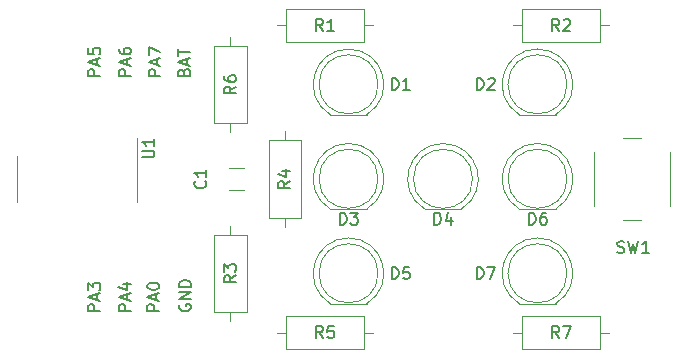
<source format=gto>
%TF.GenerationSoftware,KiCad,Pcbnew,7.0.8*%
%TF.CreationDate,2023-11-06T17:26:59+01:00*%
%TF.ProjectId,EDice,45446963-652e-46b6-9963-61645f706362,rev?*%
%TF.SameCoordinates,Original*%
%TF.FileFunction,Legend,Top*%
%TF.FilePolarity,Positive*%
%FSLAX46Y46*%
G04 Gerber Fmt 4.6, Leading zero omitted, Abs format (unit mm)*
G04 Created by KiCad (PCBNEW 7.0.8) date 2023-11-06 17:26:59*
%MOMM*%
%LPD*%
G01*
G04 APERTURE LIST*
%ADD10C,0.150000*%
%ADD11C,0.120000*%
G04 APERTURE END LIST*
D10*
X115717438Y-105639411D02*
X115669819Y-105734649D01*
X115669819Y-105734649D02*
X115669819Y-105877506D01*
X115669819Y-105877506D02*
X115717438Y-106020363D01*
X115717438Y-106020363D02*
X115812676Y-106115601D01*
X115812676Y-106115601D02*
X115907914Y-106163220D01*
X115907914Y-106163220D02*
X116098390Y-106210839D01*
X116098390Y-106210839D02*
X116241247Y-106210839D01*
X116241247Y-106210839D02*
X116431723Y-106163220D01*
X116431723Y-106163220D02*
X116526961Y-106115601D01*
X116526961Y-106115601D02*
X116622200Y-106020363D01*
X116622200Y-106020363D02*
X116669819Y-105877506D01*
X116669819Y-105877506D02*
X116669819Y-105782268D01*
X116669819Y-105782268D02*
X116622200Y-105639411D01*
X116622200Y-105639411D02*
X116574580Y-105591792D01*
X116574580Y-105591792D02*
X116241247Y-105591792D01*
X116241247Y-105591792D02*
X116241247Y-105782268D01*
X116669819Y-105163220D02*
X115669819Y-105163220D01*
X115669819Y-105163220D02*
X116669819Y-104591792D01*
X116669819Y-104591792D02*
X115669819Y-104591792D01*
X116669819Y-104115601D02*
X115669819Y-104115601D01*
X115669819Y-104115601D02*
X115669819Y-103877506D01*
X115669819Y-103877506D02*
X115717438Y-103734649D01*
X115717438Y-103734649D02*
X115812676Y-103639411D01*
X115812676Y-103639411D02*
X115907914Y-103591792D01*
X115907914Y-103591792D02*
X116098390Y-103544173D01*
X116098390Y-103544173D02*
X116241247Y-103544173D01*
X116241247Y-103544173D02*
X116431723Y-103591792D01*
X116431723Y-103591792D02*
X116526961Y-103639411D01*
X116526961Y-103639411D02*
X116622200Y-103734649D01*
X116622200Y-103734649D02*
X116669819Y-103877506D01*
X116669819Y-103877506D02*
X116669819Y-104115601D01*
X108969819Y-106163220D02*
X107969819Y-106163220D01*
X107969819Y-106163220D02*
X107969819Y-105782268D01*
X107969819Y-105782268D02*
X108017438Y-105687030D01*
X108017438Y-105687030D02*
X108065057Y-105639411D01*
X108065057Y-105639411D02*
X108160295Y-105591792D01*
X108160295Y-105591792D02*
X108303152Y-105591792D01*
X108303152Y-105591792D02*
X108398390Y-105639411D01*
X108398390Y-105639411D02*
X108446009Y-105687030D01*
X108446009Y-105687030D02*
X108493628Y-105782268D01*
X108493628Y-105782268D02*
X108493628Y-106163220D01*
X108684104Y-105210839D02*
X108684104Y-104734649D01*
X108969819Y-105306077D02*
X107969819Y-104972744D01*
X107969819Y-104972744D02*
X108969819Y-104639411D01*
X107969819Y-104401315D02*
X107969819Y-103782268D01*
X107969819Y-103782268D02*
X108350771Y-104115601D01*
X108350771Y-104115601D02*
X108350771Y-103972744D01*
X108350771Y-103972744D02*
X108398390Y-103877506D01*
X108398390Y-103877506D02*
X108446009Y-103829887D01*
X108446009Y-103829887D02*
X108541247Y-103782268D01*
X108541247Y-103782268D02*
X108779342Y-103782268D01*
X108779342Y-103782268D02*
X108874580Y-103829887D01*
X108874580Y-103829887D02*
X108922200Y-103877506D01*
X108922200Y-103877506D02*
X108969819Y-103972744D01*
X108969819Y-103972744D02*
X108969819Y-104258458D01*
X108969819Y-104258458D02*
X108922200Y-104353696D01*
X108922200Y-104353696D02*
X108874580Y-104401315D01*
X111569819Y-86263220D02*
X110569819Y-86263220D01*
X110569819Y-86263220D02*
X110569819Y-85882268D01*
X110569819Y-85882268D02*
X110617438Y-85787030D01*
X110617438Y-85787030D02*
X110665057Y-85739411D01*
X110665057Y-85739411D02*
X110760295Y-85691792D01*
X110760295Y-85691792D02*
X110903152Y-85691792D01*
X110903152Y-85691792D02*
X110998390Y-85739411D01*
X110998390Y-85739411D02*
X111046009Y-85787030D01*
X111046009Y-85787030D02*
X111093628Y-85882268D01*
X111093628Y-85882268D02*
X111093628Y-86263220D01*
X111284104Y-85310839D02*
X111284104Y-84834649D01*
X111569819Y-85406077D02*
X110569819Y-85072744D01*
X110569819Y-85072744D02*
X111569819Y-84739411D01*
X110569819Y-83977506D02*
X110569819Y-84167982D01*
X110569819Y-84167982D02*
X110617438Y-84263220D01*
X110617438Y-84263220D02*
X110665057Y-84310839D01*
X110665057Y-84310839D02*
X110807914Y-84406077D01*
X110807914Y-84406077D02*
X110998390Y-84453696D01*
X110998390Y-84453696D02*
X111379342Y-84453696D01*
X111379342Y-84453696D02*
X111474580Y-84406077D01*
X111474580Y-84406077D02*
X111522200Y-84358458D01*
X111522200Y-84358458D02*
X111569819Y-84263220D01*
X111569819Y-84263220D02*
X111569819Y-84072744D01*
X111569819Y-84072744D02*
X111522200Y-83977506D01*
X111522200Y-83977506D02*
X111474580Y-83929887D01*
X111474580Y-83929887D02*
X111379342Y-83882268D01*
X111379342Y-83882268D02*
X111141247Y-83882268D01*
X111141247Y-83882268D02*
X111046009Y-83929887D01*
X111046009Y-83929887D02*
X110998390Y-83977506D01*
X110998390Y-83977506D02*
X110950771Y-84072744D01*
X110950771Y-84072744D02*
X110950771Y-84263220D01*
X110950771Y-84263220D02*
X110998390Y-84358458D01*
X110998390Y-84358458D02*
X111046009Y-84406077D01*
X111046009Y-84406077D02*
X111141247Y-84453696D01*
X116046009Y-85929887D02*
X116093628Y-85787030D01*
X116093628Y-85787030D02*
X116141247Y-85739411D01*
X116141247Y-85739411D02*
X116236485Y-85691792D01*
X116236485Y-85691792D02*
X116379342Y-85691792D01*
X116379342Y-85691792D02*
X116474580Y-85739411D01*
X116474580Y-85739411D02*
X116522200Y-85787030D01*
X116522200Y-85787030D02*
X116569819Y-85882268D01*
X116569819Y-85882268D02*
X116569819Y-86263220D01*
X116569819Y-86263220D02*
X115569819Y-86263220D01*
X115569819Y-86263220D02*
X115569819Y-85929887D01*
X115569819Y-85929887D02*
X115617438Y-85834649D01*
X115617438Y-85834649D02*
X115665057Y-85787030D01*
X115665057Y-85787030D02*
X115760295Y-85739411D01*
X115760295Y-85739411D02*
X115855533Y-85739411D01*
X115855533Y-85739411D02*
X115950771Y-85787030D01*
X115950771Y-85787030D02*
X115998390Y-85834649D01*
X115998390Y-85834649D02*
X116046009Y-85929887D01*
X116046009Y-85929887D02*
X116046009Y-86263220D01*
X116284104Y-85310839D02*
X116284104Y-84834649D01*
X116569819Y-85406077D02*
X115569819Y-85072744D01*
X115569819Y-85072744D02*
X116569819Y-84739411D01*
X115569819Y-84548934D02*
X115569819Y-83977506D01*
X116569819Y-84263220D02*
X115569819Y-84263220D01*
X114069819Y-86263220D02*
X113069819Y-86263220D01*
X113069819Y-86263220D02*
X113069819Y-85882268D01*
X113069819Y-85882268D02*
X113117438Y-85787030D01*
X113117438Y-85787030D02*
X113165057Y-85739411D01*
X113165057Y-85739411D02*
X113260295Y-85691792D01*
X113260295Y-85691792D02*
X113403152Y-85691792D01*
X113403152Y-85691792D02*
X113498390Y-85739411D01*
X113498390Y-85739411D02*
X113546009Y-85787030D01*
X113546009Y-85787030D02*
X113593628Y-85882268D01*
X113593628Y-85882268D02*
X113593628Y-86263220D01*
X113784104Y-85310839D02*
X113784104Y-84834649D01*
X114069819Y-85406077D02*
X113069819Y-85072744D01*
X113069819Y-85072744D02*
X114069819Y-84739411D01*
X113069819Y-84501315D02*
X113069819Y-83834649D01*
X113069819Y-83834649D02*
X114069819Y-84263220D01*
X111569819Y-106163220D02*
X110569819Y-106163220D01*
X110569819Y-106163220D02*
X110569819Y-105782268D01*
X110569819Y-105782268D02*
X110617438Y-105687030D01*
X110617438Y-105687030D02*
X110665057Y-105639411D01*
X110665057Y-105639411D02*
X110760295Y-105591792D01*
X110760295Y-105591792D02*
X110903152Y-105591792D01*
X110903152Y-105591792D02*
X110998390Y-105639411D01*
X110998390Y-105639411D02*
X111046009Y-105687030D01*
X111046009Y-105687030D02*
X111093628Y-105782268D01*
X111093628Y-105782268D02*
X111093628Y-106163220D01*
X111284104Y-105210839D02*
X111284104Y-104734649D01*
X111569819Y-105306077D02*
X110569819Y-104972744D01*
X110569819Y-104972744D02*
X111569819Y-104639411D01*
X110903152Y-103877506D02*
X111569819Y-103877506D01*
X110522200Y-104115601D02*
X111236485Y-104353696D01*
X111236485Y-104353696D02*
X111236485Y-103734649D01*
X108969819Y-86263220D02*
X107969819Y-86263220D01*
X107969819Y-86263220D02*
X107969819Y-85882268D01*
X107969819Y-85882268D02*
X108017438Y-85787030D01*
X108017438Y-85787030D02*
X108065057Y-85739411D01*
X108065057Y-85739411D02*
X108160295Y-85691792D01*
X108160295Y-85691792D02*
X108303152Y-85691792D01*
X108303152Y-85691792D02*
X108398390Y-85739411D01*
X108398390Y-85739411D02*
X108446009Y-85787030D01*
X108446009Y-85787030D02*
X108493628Y-85882268D01*
X108493628Y-85882268D02*
X108493628Y-86263220D01*
X108684104Y-85310839D02*
X108684104Y-84834649D01*
X108969819Y-85406077D02*
X107969819Y-85072744D01*
X107969819Y-85072744D02*
X108969819Y-84739411D01*
X107969819Y-83929887D02*
X107969819Y-84406077D01*
X107969819Y-84406077D02*
X108446009Y-84453696D01*
X108446009Y-84453696D02*
X108398390Y-84406077D01*
X108398390Y-84406077D02*
X108350771Y-84310839D01*
X108350771Y-84310839D02*
X108350771Y-84072744D01*
X108350771Y-84072744D02*
X108398390Y-83977506D01*
X108398390Y-83977506D02*
X108446009Y-83929887D01*
X108446009Y-83929887D02*
X108541247Y-83882268D01*
X108541247Y-83882268D02*
X108779342Y-83882268D01*
X108779342Y-83882268D02*
X108874580Y-83929887D01*
X108874580Y-83929887D02*
X108922200Y-83977506D01*
X108922200Y-83977506D02*
X108969819Y-84072744D01*
X108969819Y-84072744D02*
X108969819Y-84310839D01*
X108969819Y-84310839D02*
X108922200Y-84406077D01*
X108922200Y-84406077D02*
X108874580Y-84453696D01*
X113969819Y-106163220D02*
X112969819Y-106163220D01*
X112969819Y-106163220D02*
X112969819Y-105782268D01*
X112969819Y-105782268D02*
X113017438Y-105687030D01*
X113017438Y-105687030D02*
X113065057Y-105639411D01*
X113065057Y-105639411D02*
X113160295Y-105591792D01*
X113160295Y-105591792D02*
X113303152Y-105591792D01*
X113303152Y-105591792D02*
X113398390Y-105639411D01*
X113398390Y-105639411D02*
X113446009Y-105687030D01*
X113446009Y-105687030D02*
X113493628Y-105782268D01*
X113493628Y-105782268D02*
X113493628Y-106163220D01*
X113684104Y-105210839D02*
X113684104Y-104734649D01*
X113969819Y-105306077D02*
X112969819Y-104972744D01*
X112969819Y-104972744D02*
X113969819Y-104639411D01*
X112969819Y-104115601D02*
X112969819Y-104020363D01*
X112969819Y-104020363D02*
X113017438Y-103925125D01*
X113017438Y-103925125D02*
X113065057Y-103877506D01*
X113065057Y-103877506D02*
X113160295Y-103829887D01*
X113160295Y-103829887D02*
X113350771Y-103782268D01*
X113350771Y-103782268D02*
X113588866Y-103782268D01*
X113588866Y-103782268D02*
X113779342Y-103829887D01*
X113779342Y-103829887D02*
X113874580Y-103877506D01*
X113874580Y-103877506D02*
X113922200Y-103925125D01*
X113922200Y-103925125D02*
X113969819Y-104020363D01*
X113969819Y-104020363D02*
X113969819Y-104115601D01*
X113969819Y-104115601D02*
X113922200Y-104210839D01*
X113922200Y-104210839D02*
X113874580Y-104258458D01*
X113874580Y-104258458D02*
X113779342Y-104306077D01*
X113779342Y-104306077D02*
X113588866Y-104353696D01*
X113588866Y-104353696D02*
X113350771Y-104353696D01*
X113350771Y-104353696D02*
X113160295Y-104306077D01*
X113160295Y-104306077D02*
X113065057Y-104258458D01*
X113065057Y-104258458D02*
X113017438Y-104210839D01*
X113017438Y-104210839D02*
X112969819Y-104115601D01*
X129261905Y-98854819D02*
X129261905Y-97854819D01*
X129261905Y-97854819D02*
X129500000Y-97854819D01*
X129500000Y-97854819D02*
X129642857Y-97902438D01*
X129642857Y-97902438D02*
X129738095Y-97997676D01*
X129738095Y-97997676D02*
X129785714Y-98092914D01*
X129785714Y-98092914D02*
X129833333Y-98283390D01*
X129833333Y-98283390D02*
X129833333Y-98426247D01*
X129833333Y-98426247D02*
X129785714Y-98616723D01*
X129785714Y-98616723D02*
X129738095Y-98711961D01*
X129738095Y-98711961D02*
X129642857Y-98807200D01*
X129642857Y-98807200D02*
X129500000Y-98854819D01*
X129500000Y-98854819D02*
X129261905Y-98854819D01*
X130166667Y-97854819D02*
X130785714Y-97854819D01*
X130785714Y-97854819D02*
X130452381Y-98235771D01*
X130452381Y-98235771D02*
X130595238Y-98235771D01*
X130595238Y-98235771D02*
X130690476Y-98283390D01*
X130690476Y-98283390D02*
X130738095Y-98331009D01*
X130738095Y-98331009D02*
X130785714Y-98426247D01*
X130785714Y-98426247D02*
X130785714Y-98664342D01*
X130785714Y-98664342D02*
X130738095Y-98759580D01*
X130738095Y-98759580D02*
X130690476Y-98807200D01*
X130690476Y-98807200D02*
X130595238Y-98854819D01*
X130595238Y-98854819D02*
X130309524Y-98854819D01*
X130309524Y-98854819D02*
X130214286Y-98807200D01*
X130214286Y-98807200D02*
X130166667Y-98759580D01*
X133661905Y-87454819D02*
X133661905Y-86454819D01*
X133661905Y-86454819D02*
X133900000Y-86454819D01*
X133900000Y-86454819D02*
X134042857Y-86502438D01*
X134042857Y-86502438D02*
X134138095Y-86597676D01*
X134138095Y-86597676D02*
X134185714Y-86692914D01*
X134185714Y-86692914D02*
X134233333Y-86883390D01*
X134233333Y-86883390D02*
X134233333Y-87026247D01*
X134233333Y-87026247D02*
X134185714Y-87216723D01*
X134185714Y-87216723D02*
X134138095Y-87311961D01*
X134138095Y-87311961D02*
X134042857Y-87407200D01*
X134042857Y-87407200D02*
X133900000Y-87454819D01*
X133900000Y-87454819D02*
X133661905Y-87454819D01*
X135185714Y-87454819D02*
X134614286Y-87454819D01*
X134900000Y-87454819D02*
X134900000Y-86454819D01*
X134900000Y-86454819D02*
X134804762Y-86597676D01*
X134804762Y-86597676D02*
X134709524Y-86692914D01*
X134709524Y-86692914D02*
X134614286Y-86740533D01*
X152766667Y-101207200D02*
X152909524Y-101254819D01*
X152909524Y-101254819D02*
X153147619Y-101254819D01*
X153147619Y-101254819D02*
X153242857Y-101207200D01*
X153242857Y-101207200D02*
X153290476Y-101159580D01*
X153290476Y-101159580D02*
X153338095Y-101064342D01*
X153338095Y-101064342D02*
X153338095Y-100969104D01*
X153338095Y-100969104D02*
X153290476Y-100873866D01*
X153290476Y-100873866D02*
X153242857Y-100826247D01*
X153242857Y-100826247D02*
X153147619Y-100778628D01*
X153147619Y-100778628D02*
X152957143Y-100731009D01*
X152957143Y-100731009D02*
X152861905Y-100683390D01*
X152861905Y-100683390D02*
X152814286Y-100635771D01*
X152814286Y-100635771D02*
X152766667Y-100540533D01*
X152766667Y-100540533D02*
X152766667Y-100445295D01*
X152766667Y-100445295D02*
X152814286Y-100350057D01*
X152814286Y-100350057D02*
X152861905Y-100302438D01*
X152861905Y-100302438D02*
X152957143Y-100254819D01*
X152957143Y-100254819D02*
X153195238Y-100254819D01*
X153195238Y-100254819D02*
X153338095Y-100302438D01*
X153671429Y-100254819D02*
X153909524Y-101254819D01*
X153909524Y-101254819D02*
X154100000Y-100540533D01*
X154100000Y-100540533D02*
X154290476Y-101254819D01*
X154290476Y-101254819D02*
X154528572Y-100254819D01*
X155433333Y-101254819D02*
X154861905Y-101254819D01*
X155147619Y-101254819D02*
X155147619Y-100254819D01*
X155147619Y-100254819D02*
X155052381Y-100397676D01*
X155052381Y-100397676D02*
X154957143Y-100492914D01*
X154957143Y-100492914D02*
X154861905Y-100540533D01*
X137261905Y-98854819D02*
X137261905Y-97854819D01*
X137261905Y-97854819D02*
X137500000Y-97854819D01*
X137500000Y-97854819D02*
X137642857Y-97902438D01*
X137642857Y-97902438D02*
X137738095Y-97997676D01*
X137738095Y-97997676D02*
X137785714Y-98092914D01*
X137785714Y-98092914D02*
X137833333Y-98283390D01*
X137833333Y-98283390D02*
X137833333Y-98426247D01*
X137833333Y-98426247D02*
X137785714Y-98616723D01*
X137785714Y-98616723D02*
X137738095Y-98711961D01*
X137738095Y-98711961D02*
X137642857Y-98807200D01*
X137642857Y-98807200D02*
X137500000Y-98854819D01*
X137500000Y-98854819D02*
X137261905Y-98854819D01*
X138690476Y-98188152D02*
X138690476Y-98854819D01*
X138452381Y-97807200D02*
X138214286Y-98521485D01*
X138214286Y-98521485D02*
X138833333Y-98521485D01*
X140861905Y-87454819D02*
X140861905Y-86454819D01*
X140861905Y-86454819D02*
X141100000Y-86454819D01*
X141100000Y-86454819D02*
X141242857Y-86502438D01*
X141242857Y-86502438D02*
X141338095Y-86597676D01*
X141338095Y-86597676D02*
X141385714Y-86692914D01*
X141385714Y-86692914D02*
X141433333Y-86883390D01*
X141433333Y-86883390D02*
X141433333Y-87026247D01*
X141433333Y-87026247D02*
X141385714Y-87216723D01*
X141385714Y-87216723D02*
X141338095Y-87311961D01*
X141338095Y-87311961D02*
X141242857Y-87407200D01*
X141242857Y-87407200D02*
X141100000Y-87454819D01*
X141100000Y-87454819D02*
X140861905Y-87454819D01*
X141814286Y-86550057D02*
X141861905Y-86502438D01*
X141861905Y-86502438D02*
X141957143Y-86454819D01*
X141957143Y-86454819D02*
X142195238Y-86454819D01*
X142195238Y-86454819D02*
X142290476Y-86502438D01*
X142290476Y-86502438D02*
X142338095Y-86550057D01*
X142338095Y-86550057D02*
X142385714Y-86645295D01*
X142385714Y-86645295D02*
X142385714Y-86740533D01*
X142385714Y-86740533D02*
X142338095Y-86883390D01*
X142338095Y-86883390D02*
X141766667Y-87454819D01*
X141766667Y-87454819D02*
X142385714Y-87454819D01*
X127833333Y-82454819D02*
X127500000Y-81978628D01*
X127261905Y-82454819D02*
X127261905Y-81454819D01*
X127261905Y-81454819D02*
X127642857Y-81454819D01*
X127642857Y-81454819D02*
X127738095Y-81502438D01*
X127738095Y-81502438D02*
X127785714Y-81550057D01*
X127785714Y-81550057D02*
X127833333Y-81645295D01*
X127833333Y-81645295D02*
X127833333Y-81788152D01*
X127833333Y-81788152D02*
X127785714Y-81883390D01*
X127785714Y-81883390D02*
X127738095Y-81931009D01*
X127738095Y-81931009D02*
X127642857Y-81978628D01*
X127642857Y-81978628D02*
X127261905Y-81978628D01*
X128785714Y-82454819D02*
X128214286Y-82454819D01*
X128500000Y-82454819D02*
X128500000Y-81454819D01*
X128500000Y-81454819D02*
X128404762Y-81597676D01*
X128404762Y-81597676D02*
X128309524Y-81692914D01*
X128309524Y-81692914D02*
X128214286Y-81740533D01*
X120454819Y-87166666D02*
X119978628Y-87499999D01*
X120454819Y-87738094D02*
X119454819Y-87738094D01*
X119454819Y-87738094D02*
X119454819Y-87357142D01*
X119454819Y-87357142D02*
X119502438Y-87261904D01*
X119502438Y-87261904D02*
X119550057Y-87214285D01*
X119550057Y-87214285D02*
X119645295Y-87166666D01*
X119645295Y-87166666D02*
X119788152Y-87166666D01*
X119788152Y-87166666D02*
X119883390Y-87214285D01*
X119883390Y-87214285D02*
X119931009Y-87261904D01*
X119931009Y-87261904D02*
X119978628Y-87357142D01*
X119978628Y-87357142D02*
X119978628Y-87738094D01*
X119454819Y-86309523D02*
X119454819Y-86499999D01*
X119454819Y-86499999D02*
X119502438Y-86595237D01*
X119502438Y-86595237D02*
X119550057Y-86642856D01*
X119550057Y-86642856D02*
X119692914Y-86738094D01*
X119692914Y-86738094D02*
X119883390Y-86785713D01*
X119883390Y-86785713D02*
X120264342Y-86785713D01*
X120264342Y-86785713D02*
X120359580Y-86738094D01*
X120359580Y-86738094D02*
X120407200Y-86690475D01*
X120407200Y-86690475D02*
X120454819Y-86595237D01*
X120454819Y-86595237D02*
X120454819Y-86404761D01*
X120454819Y-86404761D02*
X120407200Y-86309523D01*
X120407200Y-86309523D02*
X120359580Y-86261904D01*
X120359580Y-86261904D02*
X120264342Y-86214285D01*
X120264342Y-86214285D02*
X120026247Y-86214285D01*
X120026247Y-86214285D02*
X119931009Y-86261904D01*
X119931009Y-86261904D02*
X119883390Y-86309523D01*
X119883390Y-86309523D02*
X119835771Y-86404761D01*
X119835771Y-86404761D02*
X119835771Y-86595237D01*
X119835771Y-86595237D02*
X119883390Y-86690475D01*
X119883390Y-86690475D02*
X119931009Y-86738094D01*
X119931009Y-86738094D02*
X120026247Y-86785713D01*
X147833333Y-108454819D02*
X147500000Y-107978628D01*
X147261905Y-108454819D02*
X147261905Y-107454819D01*
X147261905Y-107454819D02*
X147642857Y-107454819D01*
X147642857Y-107454819D02*
X147738095Y-107502438D01*
X147738095Y-107502438D02*
X147785714Y-107550057D01*
X147785714Y-107550057D02*
X147833333Y-107645295D01*
X147833333Y-107645295D02*
X147833333Y-107788152D01*
X147833333Y-107788152D02*
X147785714Y-107883390D01*
X147785714Y-107883390D02*
X147738095Y-107931009D01*
X147738095Y-107931009D02*
X147642857Y-107978628D01*
X147642857Y-107978628D02*
X147261905Y-107978628D01*
X148166667Y-107454819D02*
X148833333Y-107454819D01*
X148833333Y-107454819D02*
X148404762Y-108454819D01*
X140861905Y-103454819D02*
X140861905Y-102454819D01*
X140861905Y-102454819D02*
X141100000Y-102454819D01*
X141100000Y-102454819D02*
X141242857Y-102502438D01*
X141242857Y-102502438D02*
X141338095Y-102597676D01*
X141338095Y-102597676D02*
X141385714Y-102692914D01*
X141385714Y-102692914D02*
X141433333Y-102883390D01*
X141433333Y-102883390D02*
X141433333Y-103026247D01*
X141433333Y-103026247D02*
X141385714Y-103216723D01*
X141385714Y-103216723D02*
X141338095Y-103311961D01*
X141338095Y-103311961D02*
X141242857Y-103407200D01*
X141242857Y-103407200D02*
X141100000Y-103454819D01*
X141100000Y-103454819D02*
X140861905Y-103454819D01*
X141766667Y-102454819D02*
X142433333Y-102454819D01*
X142433333Y-102454819D02*
X142004762Y-103454819D01*
X125054819Y-95166666D02*
X124578628Y-95499999D01*
X125054819Y-95738094D02*
X124054819Y-95738094D01*
X124054819Y-95738094D02*
X124054819Y-95357142D01*
X124054819Y-95357142D02*
X124102438Y-95261904D01*
X124102438Y-95261904D02*
X124150057Y-95214285D01*
X124150057Y-95214285D02*
X124245295Y-95166666D01*
X124245295Y-95166666D02*
X124388152Y-95166666D01*
X124388152Y-95166666D02*
X124483390Y-95214285D01*
X124483390Y-95214285D02*
X124531009Y-95261904D01*
X124531009Y-95261904D02*
X124578628Y-95357142D01*
X124578628Y-95357142D02*
X124578628Y-95738094D01*
X124388152Y-94309523D02*
X125054819Y-94309523D01*
X124007200Y-94547618D02*
X124721485Y-94785713D01*
X124721485Y-94785713D02*
X124721485Y-94166666D01*
X133661905Y-103454819D02*
X133661905Y-102454819D01*
X133661905Y-102454819D02*
X133900000Y-102454819D01*
X133900000Y-102454819D02*
X134042857Y-102502438D01*
X134042857Y-102502438D02*
X134138095Y-102597676D01*
X134138095Y-102597676D02*
X134185714Y-102692914D01*
X134185714Y-102692914D02*
X134233333Y-102883390D01*
X134233333Y-102883390D02*
X134233333Y-103026247D01*
X134233333Y-103026247D02*
X134185714Y-103216723D01*
X134185714Y-103216723D02*
X134138095Y-103311961D01*
X134138095Y-103311961D02*
X134042857Y-103407200D01*
X134042857Y-103407200D02*
X133900000Y-103454819D01*
X133900000Y-103454819D02*
X133661905Y-103454819D01*
X135138095Y-102454819D02*
X134661905Y-102454819D01*
X134661905Y-102454819D02*
X134614286Y-102931009D01*
X134614286Y-102931009D02*
X134661905Y-102883390D01*
X134661905Y-102883390D02*
X134757143Y-102835771D01*
X134757143Y-102835771D02*
X134995238Y-102835771D01*
X134995238Y-102835771D02*
X135090476Y-102883390D01*
X135090476Y-102883390D02*
X135138095Y-102931009D01*
X135138095Y-102931009D02*
X135185714Y-103026247D01*
X135185714Y-103026247D02*
X135185714Y-103264342D01*
X135185714Y-103264342D02*
X135138095Y-103359580D01*
X135138095Y-103359580D02*
X135090476Y-103407200D01*
X135090476Y-103407200D02*
X134995238Y-103454819D01*
X134995238Y-103454819D02*
X134757143Y-103454819D01*
X134757143Y-103454819D02*
X134661905Y-103407200D01*
X134661905Y-103407200D02*
X134614286Y-103359580D01*
X147833333Y-82454819D02*
X147500000Y-81978628D01*
X147261905Y-82454819D02*
X147261905Y-81454819D01*
X147261905Y-81454819D02*
X147642857Y-81454819D01*
X147642857Y-81454819D02*
X147738095Y-81502438D01*
X147738095Y-81502438D02*
X147785714Y-81550057D01*
X147785714Y-81550057D02*
X147833333Y-81645295D01*
X147833333Y-81645295D02*
X147833333Y-81788152D01*
X147833333Y-81788152D02*
X147785714Y-81883390D01*
X147785714Y-81883390D02*
X147738095Y-81931009D01*
X147738095Y-81931009D02*
X147642857Y-81978628D01*
X147642857Y-81978628D02*
X147261905Y-81978628D01*
X148214286Y-81550057D02*
X148261905Y-81502438D01*
X148261905Y-81502438D02*
X148357143Y-81454819D01*
X148357143Y-81454819D02*
X148595238Y-81454819D01*
X148595238Y-81454819D02*
X148690476Y-81502438D01*
X148690476Y-81502438D02*
X148738095Y-81550057D01*
X148738095Y-81550057D02*
X148785714Y-81645295D01*
X148785714Y-81645295D02*
X148785714Y-81740533D01*
X148785714Y-81740533D02*
X148738095Y-81883390D01*
X148738095Y-81883390D02*
X148166667Y-82454819D01*
X148166667Y-82454819D02*
X148785714Y-82454819D01*
X120454819Y-103166666D02*
X119978628Y-103499999D01*
X120454819Y-103738094D02*
X119454819Y-103738094D01*
X119454819Y-103738094D02*
X119454819Y-103357142D01*
X119454819Y-103357142D02*
X119502438Y-103261904D01*
X119502438Y-103261904D02*
X119550057Y-103214285D01*
X119550057Y-103214285D02*
X119645295Y-103166666D01*
X119645295Y-103166666D02*
X119788152Y-103166666D01*
X119788152Y-103166666D02*
X119883390Y-103214285D01*
X119883390Y-103214285D02*
X119931009Y-103261904D01*
X119931009Y-103261904D02*
X119978628Y-103357142D01*
X119978628Y-103357142D02*
X119978628Y-103738094D01*
X119454819Y-102833332D02*
X119454819Y-102214285D01*
X119454819Y-102214285D02*
X119835771Y-102547618D01*
X119835771Y-102547618D02*
X119835771Y-102404761D01*
X119835771Y-102404761D02*
X119883390Y-102309523D01*
X119883390Y-102309523D02*
X119931009Y-102261904D01*
X119931009Y-102261904D02*
X120026247Y-102214285D01*
X120026247Y-102214285D02*
X120264342Y-102214285D01*
X120264342Y-102214285D02*
X120359580Y-102261904D01*
X120359580Y-102261904D02*
X120407200Y-102309523D01*
X120407200Y-102309523D02*
X120454819Y-102404761D01*
X120454819Y-102404761D02*
X120454819Y-102690475D01*
X120454819Y-102690475D02*
X120407200Y-102785713D01*
X120407200Y-102785713D02*
X120359580Y-102833332D01*
X112554819Y-93161904D02*
X113364342Y-93161904D01*
X113364342Y-93161904D02*
X113459580Y-93114285D01*
X113459580Y-93114285D02*
X113507200Y-93066666D01*
X113507200Y-93066666D02*
X113554819Y-92971428D01*
X113554819Y-92971428D02*
X113554819Y-92780952D01*
X113554819Y-92780952D02*
X113507200Y-92685714D01*
X113507200Y-92685714D02*
X113459580Y-92638095D01*
X113459580Y-92638095D02*
X113364342Y-92590476D01*
X113364342Y-92590476D02*
X112554819Y-92590476D01*
X113554819Y-91590476D02*
X113554819Y-92161904D01*
X113554819Y-91876190D02*
X112554819Y-91876190D01*
X112554819Y-91876190D02*
X112697676Y-91971428D01*
X112697676Y-91971428D02*
X112792914Y-92066666D01*
X112792914Y-92066666D02*
X112840533Y-92161904D01*
X117859580Y-95166666D02*
X117907200Y-95214285D01*
X117907200Y-95214285D02*
X117954819Y-95357142D01*
X117954819Y-95357142D02*
X117954819Y-95452380D01*
X117954819Y-95452380D02*
X117907200Y-95595237D01*
X117907200Y-95595237D02*
X117811961Y-95690475D01*
X117811961Y-95690475D02*
X117716723Y-95738094D01*
X117716723Y-95738094D02*
X117526247Y-95785713D01*
X117526247Y-95785713D02*
X117383390Y-95785713D01*
X117383390Y-95785713D02*
X117192914Y-95738094D01*
X117192914Y-95738094D02*
X117097676Y-95690475D01*
X117097676Y-95690475D02*
X117002438Y-95595237D01*
X117002438Y-95595237D02*
X116954819Y-95452380D01*
X116954819Y-95452380D02*
X116954819Y-95357142D01*
X116954819Y-95357142D02*
X117002438Y-95214285D01*
X117002438Y-95214285D02*
X117050057Y-95166666D01*
X117954819Y-94214285D02*
X117954819Y-94785713D01*
X117954819Y-94499999D02*
X116954819Y-94499999D01*
X116954819Y-94499999D02*
X117097676Y-94595237D01*
X117097676Y-94595237D02*
X117192914Y-94690475D01*
X117192914Y-94690475D02*
X117240533Y-94785713D01*
X145261905Y-98854819D02*
X145261905Y-97854819D01*
X145261905Y-97854819D02*
X145500000Y-97854819D01*
X145500000Y-97854819D02*
X145642857Y-97902438D01*
X145642857Y-97902438D02*
X145738095Y-97997676D01*
X145738095Y-97997676D02*
X145785714Y-98092914D01*
X145785714Y-98092914D02*
X145833333Y-98283390D01*
X145833333Y-98283390D02*
X145833333Y-98426247D01*
X145833333Y-98426247D02*
X145785714Y-98616723D01*
X145785714Y-98616723D02*
X145738095Y-98711961D01*
X145738095Y-98711961D02*
X145642857Y-98807200D01*
X145642857Y-98807200D02*
X145500000Y-98854819D01*
X145500000Y-98854819D02*
X145261905Y-98854819D01*
X146690476Y-97854819D02*
X146500000Y-97854819D01*
X146500000Y-97854819D02*
X146404762Y-97902438D01*
X146404762Y-97902438D02*
X146357143Y-97950057D01*
X146357143Y-97950057D02*
X146261905Y-98092914D01*
X146261905Y-98092914D02*
X146214286Y-98283390D01*
X146214286Y-98283390D02*
X146214286Y-98664342D01*
X146214286Y-98664342D02*
X146261905Y-98759580D01*
X146261905Y-98759580D02*
X146309524Y-98807200D01*
X146309524Y-98807200D02*
X146404762Y-98854819D01*
X146404762Y-98854819D02*
X146595238Y-98854819D01*
X146595238Y-98854819D02*
X146690476Y-98807200D01*
X146690476Y-98807200D02*
X146738095Y-98759580D01*
X146738095Y-98759580D02*
X146785714Y-98664342D01*
X146785714Y-98664342D02*
X146785714Y-98426247D01*
X146785714Y-98426247D02*
X146738095Y-98331009D01*
X146738095Y-98331009D02*
X146690476Y-98283390D01*
X146690476Y-98283390D02*
X146595238Y-98235771D01*
X146595238Y-98235771D02*
X146404762Y-98235771D01*
X146404762Y-98235771D02*
X146309524Y-98283390D01*
X146309524Y-98283390D02*
X146261905Y-98331009D01*
X146261905Y-98331009D02*
X146214286Y-98426247D01*
X127833333Y-108454819D02*
X127500000Y-107978628D01*
X127261905Y-108454819D02*
X127261905Y-107454819D01*
X127261905Y-107454819D02*
X127642857Y-107454819D01*
X127642857Y-107454819D02*
X127738095Y-107502438D01*
X127738095Y-107502438D02*
X127785714Y-107550057D01*
X127785714Y-107550057D02*
X127833333Y-107645295D01*
X127833333Y-107645295D02*
X127833333Y-107788152D01*
X127833333Y-107788152D02*
X127785714Y-107883390D01*
X127785714Y-107883390D02*
X127738095Y-107931009D01*
X127738095Y-107931009D02*
X127642857Y-107978628D01*
X127642857Y-107978628D02*
X127261905Y-107978628D01*
X128738095Y-107454819D02*
X128261905Y-107454819D01*
X128261905Y-107454819D02*
X128214286Y-107931009D01*
X128214286Y-107931009D02*
X128261905Y-107883390D01*
X128261905Y-107883390D02*
X128357143Y-107835771D01*
X128357143Y-107835771D02*
X128595238Y-107835771D01*
X128595238Y-107835771D02*
X128690476Y-107883390D01*
X128690476Y-107883390D02*
X128738095Y-107931009D01*
X128738095Y-107931009D02*
X128785714Y-108026247D01*
X128785714Y-108026247D02*
X128785714Y-108264342D01*
X128785714Y-108264342D02*
X128738095Y-108359580D01*
X128738095Y-108359580D02*
X128690476Y-108407200D01*
X128690476Y-108407200D02*
X128595238Y-108454819D01*
X128595238Y-108454819D02*
X128357143Y-108454819D01*
X128357143Y-108454819D02*
X128261905Y-108407200D01*
X128261905Y-108407200D02*
X128214286Y-108359580D01*
D11*
%TO.C,D3*%
X128455000Y-97540000D02*
X131545000Y-97540000D01*
X130000462Y-91990001D02*
G75*
G03*
X128455170Y-97539999I-462J-2989999D01*
G01*
X131544830Y-97540000D02*
G75*
G03*
X129999538Y-91990000I-1544830J2560000D01*
G01*
X132500000Y-94980000D02*
G75*
G03*
X132500000Y-94980000I-2500000J0D01*
G01*
%TO.C,D1*%
X128455000Y-89540000D02*
X131545000Y-89540000D01*
X130000462Y-83990001D02*
G75*
G03*
X128455170Y-89539999I-462J-2989999D01*
G01*
X131544830Y-89540000D02*
G75*
G03*
X129999538Y-83990000I-1544830J2560000D01*
G01*
X132500000Y-86980000D02*
G75*
G03*
X132500000Y-86980000I-2500000J0D01*
G01*
%TO.C,SW1*%
X153250000Y-98500000D02*
X154750000Y-98500000D01*
X157250000Y-97250000D02*
X157250000Y-92750000D01*
X150750000Y-92750000D02*
X150750000Y-97250000D01*
X154750000Y-91500000D02*
X153250000Y-91500000D01*
%TO.C,D4*%
X136455000Y-97540000D02*
X139545000Y-97540000D01*
X138000462Y-91990001D02*
G75*
G03*
X136455170Y-97539999I-462J-2989999D01*
G01*
X139544830Y-97540000D02*
G75*
G03*
X137999538Y-91990000I-1544830J2560000D01*
G01*
X140500000Y-94980000D02*
G75*
G03*
X140500000Y-94980000I-2500000J0D01*
G01*
%TO.C,D2*%
X144455000Y-89540000D02*
X147545000Y-89540000D01*
X146000462Y-83990001D02*
G75*
G03*
X144455170Y-89539999I-462J-2989999D01*
G01*
X147544830Y-89540000D02*
G75*
G03*
X145999538Y-83990000I-1544830J2560000D01*
G01*
X148500000Y-86980000D02*
G75*
G03*
X148500000Y-86980000I-2500000J0D01*
G01*
%TO.C,R1*%
X123960000Y-82000000D02*
X124730000Y-82000000D01*
X124730000Y-80630000D02*
X124730000Y-83370000D01*
X124730000Y-83370000D02*
X131270000Y-83370000D01*
X131270000Y-80630000D02*
X124730000Y-80630000D01*
X131270000Y-83370000D02*
X131270000Y-80630000D01*
X132040000Y-82000000D02*
X131270000Y-82000000D01*
%TO.C,R6*%
X120000000Y-82960000D02*
X120000000Y-83730000D01*
X121370000Y-83730000D02*
X118630000Y-83730000D01*
X118630000Y-83730000D02*
X118630000Y-90270000D01*
X121370000Y-90270000D02*
X121370000Y-83730000D01*
X118630000Y-90270000D02*
X121370000Y-90270000D01*
X120000000Y-91040000D02*
X120000000Y-90270000D01*
%TO.C,R7*%
X143960000Y-108000000D02*
X144730000Y-108000000D01*
X144730000Y-106630000D02*
X144730000Y-109370000D01*
X144730000Y-109370000D02*
X151270000Y-109370000D01*
X151270000Y-106630000D02*
X144730000Y-106630000D01*
X151270000Y-109370000D02*
X151270000Y-106630000D01*
X152040000Y-108000000D02*
X151270000Y-108000000D01*
%TO.C,D7*%
X144455000Y-105540000D02*
X147545000Y-105540000D01*
X146000462Y-99990001D02*
G75*
G03*
X144455170Y-105539999I-462J-2989999D01*
G01*
X147544830Y-105540000D02*
G75*
G03*
X145999538Y-99990000I-1544830J2560000D01*
G01*
X148500000Y-102980000D02*
G75*
G03*
X148500000Y-102980000I-2500000J0D01*
G01*
%TO.C,R4*%
X124600000Y-99040000D02*
X124600000Y-98270000D01*
X123230000Y-98270000D02*
X125970000Y-98270000D01*
X125970000Y-98270000D02*
X125970000Y-91730000D01*
X123230000Y-91730000D02*
X123230000Y-98270000D01*
X125970000Y-91730000D02*
X123230000Y-91730000D01*
X124600000Y-90960000D02*
X124600000Y-91730000D01*
%TO.C,D5*%
X128455000Y-105540000D02*
X131545000Y-105540000D01*
X130000462Y-99990001D02*
G75*
G03*
X128455170Y-105539999I-462J-2989999D01*
G01*
X131544830Y-105540000D02*
G75*
G03*
X129999538Y-99990000I-1544830J2560000D01*
G01*
X132500000Y-102980000D02*
G75*
G03*
X132500000Y-102980000I-2500000J0D01*
G01*
%TO.C,R2*%
X143960000Y-82000000D02*
X144730000Y-82000000D01*
X144730000Y-80630000D02*
X144730000Y-83370000D01*
X144730000Y-83370000D02*
X151270000Y-83370000D01*
X151270000Y-80630000D02*
X144730000Y-80630000D01*
X151270000Y-83370000D02*
X151270000Y-80630000D01*
X152040000Y-82000000D02*
X151270000Y-82000000D01*
%TO.C,R3*%
X120000000Y-107040000D02*
X120000000Y-106270000D01*
X118630000Y-106270000D02*
X121370000Y-106270000D01*
X121370000Y-106270000D02*
X121370000Y-99730000D01*
X118630000Y-99730000D02*
X118630000Y-106270000D01*
X121370000Y-99730000D02*
X118630000Y-99730000D01*
X120000000Y-98960000D02*
X120000000Y-99730000D01*
%TO.C,U1*%
X112060000Y-95000000D02*
X112060000Y-91550000D01*
X112060000Y-95000000D02*
X112060000Y-96950000D01*
X101940000Y-95000000D02*
X101940000Y-93050000D01*
X101940000Y-95000000D02*
X101940000Y-96950000D01*
%TO.C,C1*%
X119921000Y-94080000D02*
X121179000Y-94080000D01*
X119921000Y-95920000D02*
X121179000Y-95920000D01*
%TO.C,D6*%
X144455000Y-97540000D02*
X147545000Y-97540000D01*
X146000462Y-91990001D02*
G75*
G03*
X144455170Y-97539999I-462J-2989999D01*
G01*
X147544830Y-97540000D02*
G75*
G03*
X145999538Y-91990000I-1544830J2560000D01*
G01*
X148500000Y-94980000D02*
G75*
G03*
X148500000Y-94980000I-2500000J0D01*
G01*
%TO.C,R5*%
X123960000Y-108000000D02*
X124730000Y-108000000D01*
X124730000Y-106630000D02*
X124730000Y-109370000D01*
X124730000Y-109370000D02*
X131270000Y-109370000D01*
X131270000Y-106630000D02*
X124730000Y-106630000D01*
X131270000Y-109370000D02*
X131270000Y-106630000D01*
X132040000Y-108000000D02*
X131270000Y-108000000D01*
%TD*%
M02*

</source>
